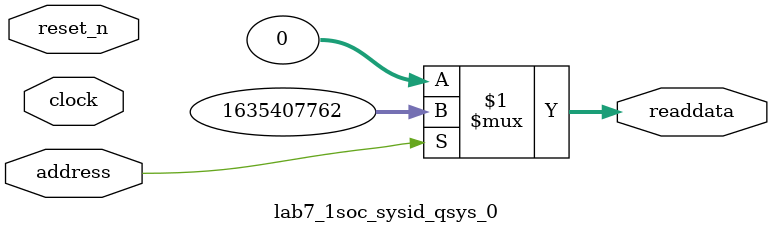
<source format=v>



// synthesis translate_off
`timescale 1ns / 1ps
// synthesis translate_on

// turn off superfluous verilog processor warnings 
// altera message_level Level1 
// altera message_off 10034 10035 10036 10037 10230 10240 10030 

module lab7_1soc_sysid_qsys_0 (
               // inputs:
                address,
                clock,
                reset_n,

               // outputs:
                readdata
             )
;

  output  [ 31: 0] readdata;
  input            address;
  input            clock;
  input            reset_n;

  wire    [ 31: 0] readdata;
  //control_slave, which is an e_avalon_slave
  assign readdata = address ? 1635407762 : 0;

endmodule



</source>
